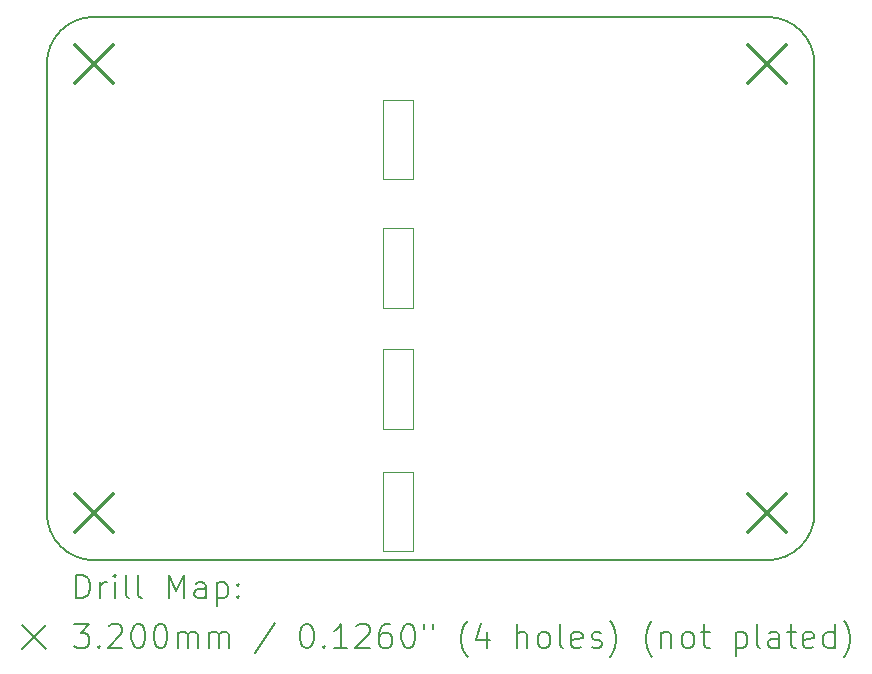
<source format=gbr>
%TF.GenerationSoftware,KiCad,Pcbnew,9.0.6*%
%TF.CreationDate,2025-12-24T13:11:47-08:00*%
%TF.ProjectId,pifire-relay-module-SSR,70696669-7265-42d7-9265-6c61792d6d6f,v1.0.2*%
%TF.SameCoordinates,Original*%
%TF.FileFunction,Drillmap*%
%TF.FilePolarity,Positive*%
%FSLAX45Y45*%
G04 Gerber Fmt 4.5, Leading zero omitted, Abs format (unit mm)*
G04 Created by KiCad (PCBNEW 9.0.6) date 2025-12-24 13:11:47*
%MOMM*%
%LPD*%
G01*
G04 APERTURE LIST*
%ADD10C,0.050000*%
%ADD11C,0.200000*%
%ADD12C,0.320000*%
G04 APERTURE END LIST*
D10*
X5350000Y-5312500D02*
X5600000Y-5312500D01*
X5600000Y-5987500D01*
X5350000Y-5987500D01*
X5350000Y-5312500D01*
D11*
X9000000Y-2900000D02*
X9000000Y-6700000D01*
X2900000Y-2500000D02*
X8600000Y-2500000D01*
D10*
X5350000Y-3200000D02*
X5600000Y-3200000D01*
X5600000Y-3875000D01*
X5350000Y-3875000D01*
X5350000Y-3200000D01*
X5350000Y-6350000D02*
X5600000Y-6350000D01*
X5600000Y-7025000D01*
X5350000Y-7025000D01*
X5350000Y-6350000D01*
X5350000Y-4287500D02*
X5600000Y-4287500D01*
X5600000Y-4962500D01*
X5350000Y-4962500D01*
X5350000Y-4287500D01*
D11*
X8600000Y-2500000D02*
G75*
G02*
X9000000Y-2900000I0J-400000D01*
G01*
X8600000Y-7100000D02*
X2900000Y-7100000D01*
X2500000Y-2900000D02*
G75*
G02*
X2900000Y-2500000I400000J0D01*
G01*
X9000000Y-6700000D02*
G75*
G02*
X8600000Y-7100000I-400000J0D01*
G01*
X2900000Y-7100000D02*
G75*
G02*
X2500000Y-6700000I0J400000D01*
G01*
X2500000Y-6700000D02*
X2500000Y-2900000D01*
D12*
X2740000Y-2740000D02*
X3060000Y-3060000D01*
X3060000Y-2740000D02*
X2740000Y-3060000D01*
X2740000Y-6540000D02*
X3060000Y-6860000D01*
X3060000Y-6540000D02*
X2740000Y-6860000D01*
X8440000Y-2740000D02*
X8760000Y-3060000D01*
X8760000Y-2740000D02*
X8440000Y-3060000D01*
X8440000Y-6540000D02*
X8760000Y-6860000D01*
X8760000Y-6540000D02*
X8440000Y-6860000D01*
D11*
X2750777Y-7421484D02*
X2750777Y-7221484D01*
X2750777Y-7221484D02*
X2798396Y-7221484D01*
X2798396Y-7221484D02*
X2826967Y-7231008D01*
X2826967Y-7231008D02*
X2846015Y-7250055D01*
X2846015Y-7250055D02*
X2855539Y-7269103D01*
X2855539Y-7269103D02*
X2865062Y-7307198D01*
X2865062Y-7307198D02*
X2865062Y-7335769D01*
X2865062Y-7335769D02*
X2855539Y-7373865D01*
X2855539Y-7373865D02*
X2846015Y-7392912D01*
X2846015Y-7392912D02*
X2826967Y-7411960D01*
X2826967Y-7411960D02*
X2798396Y-7421484D01*
X2798396Y-7421484D02*
X2750777Y-7421484D01*
X2950777Y-7421484D02*
X2950777Y-7288150D01*
X2950777Y-7326246D02*
X2960301Y-7307198D01*
X2960301Y-7307198D02*
X2969824Y-7297674D01*
X2969824Y-7297674D02*
X2988872Y-7288150D01*
X2988872Y-7288150D02*
X3007920Y-7288150D01*
X3074586Y-7421484D02*
X3074586Y-7288150D01*
X3074586Y-7221484D02*
X3065062Y-7231008D01*
X3065062Y-7231008D02*
X3074586Y-7240531D01*
X3074586Y-7240531D02*
X3084110Y-7231008D01*
X3084110Y-7231008D02*
X3074586Y-7221484D01*
X3074586Y-7221484D02*
X3074586Y-7240531D01*
X3198396Y-7421484D02*
X3179348Y-7411960D01*
X3179348Y-7411960D02*
X3169824Y-7392912D01*
X3169824Y-7392912D02*
X3169824Y-7221484D01*
X3303158Y-7421484D02*
X3284110Y-7411960D01*
X3284110Y-7411960D02*
X3274586Y-7392912D01*
X3274586Y-7392912D02*
X3274586Y-7221484D01*
X3531729Y-7421484D02*
X3531729Y-7221484D01*
X3531729Y-7221484D02*
X3598396Y-7364341D01*
X3598396Y-7364341D02*
X3665062Y-7221484D01*
X3665062Y-7221484D02*
X3665062Y-7421484D01*
X3846015Y-7421484D02*
X3846015Y-7316722D01*
X3846015Y-7316722D02*
X3836491Y-7297674D01*
X3836491Y-7297674D02*
X3817443Y-7288150D01*
X3817443Y-7288150D02*
X3779348Y-7288150D01*
X3779348Y-7288150D02*
X3760301Y-7297674D01*
X3846015Y-7411960D02*
X3826967Y-7421484D01*
X3826967Y-7421484D02*
X3779348Y-7421484D01*
X3779348Y-7421484D02*
X3760301Y-7411960D01*
X3760301Y-7411960D02*
X3750777Y-7392912D01*
X3750777Y-7392912D02*
X3750777Y-7373865D01*
X3750777Y-7373865D02*
X3760301Y-7354817D01*
X3760301Y-7354817D02*
X3779348Y-7345293D01*
X3779348Y-7345293D02*
X3826967Y-7345293D01*
X3826967Y-7345293D02*
X3846015Y-7335769D01*
X3941253Y-7288150D02*
X3941253Y-7488150D01*
X3941253Y-7297674D02*
X3960301Y-7288150D01*
X3960301Y-7288150D02*
X3998396Y-7288150D01*
X3998396Y-7288150D02*
X4017443Y-7297674D01*
X4017443Y-7297674D02*
X4026967Y-7307198D01*
X4026967Y-7307198D02*
X4036491Y-7326246D01*
X4036491Y-7326246D02*
X4036491Y-7383388D01*
X4036491Y-7383388D02*
X4026967Y-7402436D01*
X4026967Y-7402436D02*
X4017443Y-7411960D01*
X4017443Y-7411960D02*
X3998396Y-7421484D01*
X3998396Y-7421484D02*
X3960301Y-7421484D01*
X3960301Y-7421484D02*
X3941253Y-7411960D01*
X4122205Y-7402436D02*
X4131729Y-7411960D01*
X4131729Y-7411960D02*
X4122205Y-7421484D01*
X4122205Y-7421484D02*
X4112682Y-7411960D01*
X4112682Y-7411960D02*
X4122205Y-7402436D01*
X4122205Y-7402436D02*
X4122205Y-7421484D01*
X4122205Y-7297674D02*
X4131729Y-7307198D01*
X4131729Y-7307198D02*
X4122205Y-7316722D01*
X4122205Y-7316722D02*
X4112682Y-7307198D01*
X4112682Y-7307198D02*
X4122205Y-7297674D01*
X4122205Y-7297674D02*
X4122205Y-7316722D01*
X2290000Y-7650000D02*
X2490000Y-7850000D01*
X2490000Y-7650000D02*
X2290000Y-7850000D01*
X2731729Y-7641484D02*
X2855539Y-7641484D01*
X2855539Y-7641484D02*
X2788872Y-7717674D01*
X2788872Y-7717674D02*
X2817443Y-7717674D01*
X2817443Y-7717674D02*
X2836491Y-7727198D01*
X2836491Y-7727198D02*
X2846015Y-7736722D01*
X2846015Y-7736722D02*
X2855539Y-7755769D01*
X2855539Y-7755769D02*
X2855539Y-7803388D01*
X2855539Y-7803388D02*
X2846015Y-7822436D01*
X2846015Y-7822436D02*
X2836491Y-7831960D01*
X2836491Y-7831960D02*
X2817443Y-7841484D01*
X2817443Y-7841484D02*
X2760301Y-7841484D01*
X2760301Y-7841484D02*
X2741253Y-7831960D01*
X2741253Y-7831960D02*
X2731729Y-7822436D01*
X2941253Y-7822436D02*
X2950777Y-7831960D01*
X2950777Y-7831960D02*
X2941253Y-7841484D01*
X2941253Y-7841484D02*
X2931729Y-7831960D01*
X2931729Y-7831960D02*
X2941253Y-7822436D01*
X2941253Y-7822436D02*
X2941253Y-7841484D01*
X3026967Y-7660531D02*
X3036491Y-7651008D01*
X3036491Y-7651008D02*
X3055539Y-7641484D01*
X3055539Y-7641484D02*
X3103158Y-7641484D01*
X3103158Y-7641484D02*
X3122205Y-7651008D01*
X3122205Y-7651008D02*
X3131729Y-7660531D01*
X3131729Y-7660531D02*
X3141253Y-7679579D01*
X3141253Y-7679579D02*
X3141253Y-7698627D01*
X3141253Y-7698627D02*
X3131729Y-7727198D01*
X3131729Y-7727198D02*
X3017443Y-7841484D01*
X3017443Y-7841484D02*
X3141253Y-7841484D01*
X3265062Y-7641484D02*
X3284110Y-7641484D01*
X3284110Y-7641484D02*
X3303158Y-7651008D01*
X3303158Y-7651008D02*
X3312682Y-7660531D01*
X3312682Y-7660531D02*
X3322205Y-7679579D01*
X3322205Y-7679579D02*
X3331729Y-7717674D01*
X3331729Y-7717674D02*
X3331729Y-7765293D01*
X3331729Y-7765293D02*
X3322205Y-7803388D01*
X3322205Y-7803388D02*
X3312682Y-7822436D01*
X3312682Y-7822436D02*
X3303158Y-7831960D01*
X3303158Y-7831960D02*
X3284110Y-7841484D01*
X3284110Y-7841484D02*
X3265062Y-7841484D01*
X3265062Y-7841484D02*
X3246015Y-7831960D01*
X3246015Y-7831960D02*
X3236491Y-7822436D01*
X3236491Y-7822436D02*
X3226967Y-7803388D01*
X3226967Y-7803388D02*
X3217443Y-7765293D01*
X3217443Y-7765293D02*
X3217443Y-7717674D01*
X3217443Y-7717674D02*
X3226967Y-7679579D01*
X3226967Y-7679579D02*
X3236491Y-7660531D01*
X3236491Y-7660531D02*
X3246015Y-7651008D01*
X3246015Y-7651008D02*
X3265062Y-7641484D01*
X3455539Y-7641484D02*
X3474586Y-7641484D01*
X3474586Y-7641484D02*
X3493634Y-7651008D01*
X3493634Y-7651008D02*
X3503158Y-7660531D01*
X3503158Y-7660531D02*
X3512682Y-7679579D01*
X3512682Y-7679579D02*
X3522205Y-7717674D01*
X3522205Y-7717674D02*
X3522205Y-7765293D01*
X3522205Y-7765293D02*
X3512682Y-7803388D01*
X3512682Y-7803388D02*
X3503158Y-7822436D01*
X3503158Y-7822436D02*
X3493634Y-7831960D01*
X3493634Y-7831960D02*
X3474586Y-7841484D01*
X3474586Y-7841484D02*
X3455539Y-7841484D01*
X3455539Y-7841484D02*
X3436491Y-7831960D01*
X3436491Y-7831960D02*
X3426967Y-7822436D01*
X3426967Y-7822436D02*
X3417443Y-7803388D01*
X3417443Y-7803388D02*
X3407920Y-7765293D01*
X3407920Y-7765293D02*
X3407920Y-7717674D01*
X3407920Y-7717674D02*
X3417443Y-7679579D01*
X3417443Y-7679579D02*
X3426967Y-7660531D01*
X3426967Y-7660531D02*
X3436491Y-7651008D01*
X3436491Y-7651008D02*
X3455539Y-7641484D01*
X3607920Y-7841484D02*
X3607920Y-7708150D01*
X3607920Y-7727198D02*
X3617443Y-7717674D01*
X3617443Y-7717674D02*
X3636491Y-7708150D01*
X3636491Y-7708150D02*
X3665063Y-7708150D01*
X3665063Y-7708150D02*
X3684110Y-7717674D01*
X3684110Y-7717674D02*
X3693634Y-7736722D01*
X3693634Y-7736722D02*
X3693634Y-7841484D01*
X3693634Y-7736722D02*
X3703158Y-7717674D01*
X3703158Y-7717674D02*
X3722205Y-7708150D01*
X3722205Y-7708150D02*
X3750777Y-7708150D01*
X3750777Y-7708150D02*
X3769824Y-7717674D01*
X3769824Y-7717674D02*
X3779348Y-7736722D01*
X3779348Y-7736722D02*
X3779348Y-7841484D01*
X3874586Y-7841484D02*
X3874586Y-7708150D01*
X3874586Y-7727198D02*
X3884110Y-7717674D01*
X3884110Y-7717674D02*
X3903158Y-7708150D01*
X3903158Y-7708150D02*
X3931729Y-7708150D01*
X3931729Y-7708150D02*
X3950777Y-7717674D01*
X3950777Y-7717674D02*
X3960301Y-7736722D01*
X3960301Y-7736722D02*
X3960301Y-7841484D01*
X3960301Y-7736722D02*
X3969824Y-7717674D01*
X3969824Y-7717674D02*
X3988872Y-7708150D01*
X3988872Y-7708150D02*
X4017443Y-7708150D01*
X4017443Y-7708150D02*
X4036491Y-7717674D01*
X4036491Y-7717674D02*
X4046015Y-7736722D01*
X4046015Y-7736722D02*
X4046015Y-7841484D01*
X4436491Y-7631960D02*
X4265063Y-7889103D01*
X4693634Y-7641484D02*
X4712682Y-7641484D01*
X4712682Y-7641484D02*
X4731729Y-7651008D01*
X4731729Y-7651008D02*
X4741253Y-7660531D01*
X4741253Y-7660531D02*
X4750777Y-7679579D01*
X4750777Y-7679579D02*
X4760301Y-7717674D01*
X4760301Y-7717674D02*
X4760301Y-7765293D01*
X4760301Y-7765293D02*
X4750777Y-7803388D01*
X4750777Y-7803388D02*
X4741253Y-7822436D01*
X4741253Y-7822436D02*
X4731729Y-7831960D01*
X4731729Y-7831960D02*
X4712682Y-7841484D01*
X4712682Y-7841484D02*
X4693634Y-7841484D01*
X4693634Y-7841484D02*
X4674587Y-7831960D01*
X4674587Y-7831960D02*
X4665063Y-7822436D01*
X4665063Y-7822436D02*
X4655539Y-7803388D01*
X4655539Y-7803388D02*
X4646015Y-7765293D01*
X4646015Y-7765293D02*
X4646015Y-7717674D01*
X4646015Y-7717674D02*
X4655539Y-7679579D01*
X4655539Y-7679579D02*
X4665063Y-7660531D01*
X4665063Y-7660531D02*
X4674587Y-7651008D01*
X4674587Y-7651008D02*
X4693634Y-7641484D01*
X4846015Y-7822436D02*
X4855539Y-7831960D01*
X4855539Y-7831960D02*
X4846015Y-7841484D01*
X4846015Y-7841484D02*
X4836491Y-7831960D01*
X4836491Y-7831960D02*
X4846015Y-7822436D01*
X4846015Y-7822436D02*
X4846015Y-7841484D01*
X5046015Y-7841484D02*
X4931729Y-7841484D01*
X4988872Y-7841484D02*
X4988872Y-7641484D01*
X4988872Y-7641484D02*
X4969825Y-7670055D01*
X4969825Y-7670055D02*
X4950777Y-7689103D01*
X4950777Y-7689103D02*
X4931729Y-7698627D01*
X5122206Y-7660531D02*
X5131729Y-7651008D01*
X5131729Y-7651008D02*
X5150777Y-7641484D01*
X5150777Y-7641484D02*
X5198396Y-7641484D01*
X5198396Y-7641484D02*
X5217444Y-7651008D01*
X5217444Y-7651008D02*
X5226968Y-7660531D01*
X5226968Y-7660531D02*
X5236491Y-7679579D01*
X5236491Y-7679579D02*
X5236491Y-7698627D01*
X5236491Y-7698627D02*
X5226968Y-7727198D01*
X5226968Y-7727198D02*
X5112682Y-7841484D01*
X5112682Y-7841484D02*
X5236491Y-7841484D01*
X5407920Y-7641484D02*
X5369825Y-7641484D01*
X5369825Y-7641484D02*
X5350777Y-7651008D01*
X5350777Y-7651008D02*
X5341253Y-7660531D01*
X5341253Y-7660531D02*
X5322206Y-7689103D01*
X5322206Y-7689103D02*
X5312682Y-7727198D01*
X5312682Y-7727198D02*
X5312682Y-7803388D01*
X5312682Y-7803388D02*
X5322206Y-7822436D01*
X5322206Y-7822436D02*
X5331729Y-7831960D01*
X5331729Y-7831960D02*
X5350777Y-7841484D01*
X5350777Y-7841484D02*
X5388872Y-7841484D01*
X5388872Y-7841484D02*
X5407920Y-7831960D01*
X5407920Y-7831960D02*
X5417444Y-7822436D01*
X5417444Y-7822436D02*
X5426968Y-7803388D01*
X5426968Y-7803388D02*
X5426968Y-7755769D01*
X5426968Y-7755769D02*
X5417444Y-7736722D01*
X5417444Y-7736722D02*
X5407920Y-7727198D01*
X5407920Y-7727198D02*
X5388872Y-7717674D01*
X5388872Y-7717674D02*
X5350777Y-7717674D01*
X5350777Y-7717674D02*
X5331729Y-7727198D01*
X5331729Y-7727198D02*
X5322206Y-7736722D01*
X5322206Y-7736722D02*
X5312682Y-7755769D01*
X5550777Y-7641484D02*
X5569825Y-7641484D01*
X5569825Y-7641484D02*
X5588872Y-7651008D01*
X5588872Y-7651008D02*
X5598396Y-7660531D01*
X5598396Y-7660531D02*
X5607920Y-7679579D01*
X5607920Y-7679579D02*
X5617444Y-7717674D01*
X5617444Y-7717674D02*
X5617444Y-7765293D01*
X5617444Y-7765293D02*
X5607920Y-7803388D01*
X5607920Y-7803388D02*
X5598396Y-7822436D01*
X5598396Y-7822436D02*
X5588872Y-7831960D01*
X5588872Y-7831960D02*
X5569825Y-7841484D01*
X5569825Y-7841484D02*
X5550777Y-7841484D01*
X5550777Y-7841484D02*
X5531729Y-7831960D01*
X5531729Y-7831960D02*
X5522206Y-7822436D01*
X5522206Y-7822436D02*
X5512682Y-7803388D01*
X5512682Y-7803388D02*
X5503158Y-7765293D01*
X5503158Y-7765293D02*
X5503158Y-7717674D01*
X5503158Y-7717674D02*
X5512682Y-7679579D01*
X5512682Y-7679579D02*
X5522206Y-7660531D01*
X5522206Y-7660531D02*
X5531729Y-7651008D01*
X5531729Y-7651008D02*
X5550777Y-7641484D01*
X5693634Y-7641484D02*
X5693634Y-7679579D01*
X5769825Y-7641484D02*
X5769825Y-7679579D01*
X6065063Y-7917674D02*
X6055539Y-7908150D01*
X6055539Y-7908150D02*
X6036491Y-7879579D01*
X6036491Y-7879579D02*
X6026968Y-7860531D01*
X6026968Y-7860531D02*
X6017444Y-7831960D01*
X6017444Y-7831960D02*
X6007920Y-7784341D01*
X6007920Y-7784341D02*
X6007920Y-7746246D01*
X6007920Y-7746246D02*
X6017444Y-7698627D01*
X6017444Y-7698627D02*
X6026968Y-7670055D01*
X6026968Y-7670055D02*
X6036491Y-7651008D01*
X6036491Y-7651008D02*
X6055539Y-7622436D01*
X6055539Y-7622436D02*
X6065063Y-7612912D01*
X6226968Y-7708150D02*
X6226968Y-7841484D01*
X6179348Y-7631960D02*
X6131729Y-7774817D01*
X6131729Y-7774817D02*
X6255539Y-7774817D01*
X6484110Y-7841484D02*
X6484110Y-7641484D01*
X6569825Y-7841484D02*
X6569825Y-7736722D01*
X6569825Y-7736722D02*
X6560301Y-7717674D01*
X6560301Y-7717674D02*
X6541253Y-7708150D01*
X6541253Y-7708150D02*
X6512682Y-7708150D01*
X6512682Y-7708150D02*
X6493634Y-7717674D01*
X6493634Y-7717674D02*
X6484110Y-7727198D01*
X6693634Y-7841484D02*
X6674587Y-7831960D01*
X6674587Y-7831960D02*
X6665063Y-7822436D01*
X6665063Y-7822436D02*
X6655539Y-7803388D01*
X6655539Y-7803388D02*
X6655539Y-7746246D01*
X6655539Y-7746246D02*
X6665063Y-7727198D01*
X6665063Y-7727198D02*
X6674587Y-7717674D01*
X6674587Y-7717674D02*
X6693634Y-7708150D01*
X6693634Y-7708150D02*
X6722206Y-7708150D01*
X6722206Y-7708150D02*
X6741253Y-7717674D01*
X6741253Y-7717674D02*
X6750777Y-7727198D01*
X6750777Y-7727198D02*
X6760301Y-7746246D01*
X6760301Y-7746246D02*
X6760301Y-7803388D01*
X6760301Y-7803388D02*
X6750777Y-7822436D01*
X6750777Y-7822436D02*
X6741253Y-7831960D01*
X6741253Y-7831960D02*
X6722206Y-7841484D01*
X6722206Y-7841484D02*
X6693634Y-7841484D01*
X6874587Y-7841484D02*
X6855539Y-7831960D01*
X6855539Y-7831960D02*
X6846015Y-7812912D01*
X6846015Y-7812912D02*
X6846015Y-7641484D01*
X7026968Y-7831960D02*
X7007920Y-7841484D01*
X7007920Y-7841484D02*
X6969825Y-7841484D01*
X6969825Y-7841484D02*
X6950777Y-7831960D01*
X6950777Y-7831960D02*
X6941253Y-7812912D01*
X6941253Y-7812912D02*
X6941253Y-7736722D01*
X6941253Y-7736722D02*
X6950777Y-7717674D01*
X6950777Y-7717674D02*
X6969825Y-7708150D01*
X6969825Y-7708150D02*
X7007920Y-7708150D01*
X7007920Y-7708150D02*
X7026968Y-7717674D01*
X7026968Y-7717674D02*
X7036491Y-7736722D01*
X7036491Y-7736722D02*
X7036491Y-7755769D01*
X7036491Y-7755769D02*
X6941253Y-7774817D01*
X7112682Y-7831960D02*
X7131730Y-7841484D01*
X7131730Y-7841484D02*
X7169825Y-7841484D01*
X7169825Y-7841484D02*
X7188872Y-7831960D01*
X7188872Y-7831960D02*
X7198396Y-7812912D01*
X7198396Y-7812912D02*
X7198396Y-7803388D01*
X7198396Y-7803388D02*
X7188872Y-7784341D01*
X7188872Y-7784341D02*
X7169825Y-7774817D01*
X7169825Y-7774817D02*
X7141253Y-7774817D01*
X7141253Y-7774817D02*
X7122206Y-7765293D01*
X7122206Y-7765293D02*
X7112682Y-7746246D01*
X7112682Y-7746246D02*
X7112682Y-7736722D01*
X7112682Y-7736722D02*
X7122206Y-7717674D01*
X7122206Y-7717674D02*
X7141253Y-7708150D01*
X7141253Y-7708150D02*
X7169825Y-7708150D01*
X7169825Y-7708150D02*
X7188872Y-7717674D01*
X7265063Y-7917674D02*
X7274587Y-7908150D01*
X7274587Y-7908150D02*
X7293634Y-7879579D01*
X7293634Y-7879579D02*
X7303158Y-7860531D01*
X7303158Y-7860531D02*
X7312682Y-7831960D01*
X7312682Y-7831960D02*
X7322206Y-7784341D01*
X7322206Y-7784341D02*
X7322206Y-7746246D01*
X7322206Y-7746246D02*
X7312682Y-7698627D01*
X7312682Y-7698627D02*
X7303158Y-7670055D01*
X7303158Y-7670055D02*
X7293634Y-7651008D01*
X7293634Y-7651008D02*
X7274587Y-7622436D01*
X7274587Y-7622436D02*
X7265063Y-7612912D01*
X7626968Y-7917674D02*
X7617444Y-7908150D01*
X7617444Y-7908150D02*
X7598396Y-7879579D01*
X7598396Y-7879579D02*
X7588872Y-7860531D01*
X7588872Y-7860531D02*
X7579349Y-7831960D01*
X7579349Y-7831960D02*
X7569825Y-7784341D01*
X7569825Y-7784341D02*
X7569825Y-7746246D01*
X7569825Y-7746246D02*
X7579349Y-7698627D01*
X7579349Y-7698627D02*
X7588872Y-7670055D01*
X7588872Y-7670055D02*
X7598396Y-7651008D01*
X7598396Y-7651008D02*
X7617444Y-7622436D01*
X7617444Y-7622436D02*
X7626968Y-7612912D01*
X7703158Y-7708150D02*
X7703158Y-7841484D01*
X7703158Y-7727198D02*
X7712682Y-7717674D01*
X7712682Y-7717674D02*
X7731730Y-7708150D01*
X7731730Y-7708150D02*
X7760301Y-7708150D01*
X7760301Y-7708150D02*
X7779349Y-7717674D01*
X7779349Y-7717674D02*
X7788872Y-7736722D01*
X7788872Y-7736722D02*
X7788872Y-7841484D01*
X7912682Y-7841484D02*
X7893634Y-7831960D01*
X7893634Y-7831960D02*
X7884111Y-7822436D01*
X7884111Y-7822436D02*
X7874587Y-7803388D01*
X7874587Y-7803388D02*
X7874587Y-7746246D01*
X7874587Y-7746246D02*
X7884111Y-7727198D01*
X7884111Y-7727198D02*
X7893634Y-7717674D01*
X7893634Y-7717674D02*
X7912682Y-7708150D01*
X7912682Y-7708150D02*
X7941253Y-7708150D01*
X7941253Y-7708150D02*
X7960301Y-7717674D01*
X7960301Y-7717674D02*
X7969825Y-7727198D01*
X7969825Y-7727198D02*
X7979349Y-7746246D01*
X7979349Y-7746246D02*
X7979349Y-7803388D01*
X7979349Y-7803388D02*
X7969825Y-7822436D01*
X7969825Y-7822436D02*
X7960301Y-7831960D01*
X7960301Y-7831960D02*
X7941253Y-7841484D01*
X7941253Y-7841484D02*
X7912682Y-7841484D01*
X8036492Y-7708150D02*
X8112682Y-7708150D01*
X8065063Y-7641484D02*
X8065063Y-7812912D01*
X8065063Y-7812912D02*
X8074587Y-7831960D01*
X8074587Y-7831960D02*
X8093634Y-7841484D01*
X8093634Y-7841484D02*
X8112682Y-7841484D01*
X8331730Y-7708150D02*
X8331730Y-7908150D01*
X8331730Y-7717674D02*
X8350777Y-7708150D01*
X8350777Y-7708150D02*
X8388873Y-7708150D01*
X8388873Y-7708150D02*
X8407920Y-7717674D01*
X8407920Y-7717674D02*
X8417444Y-7727198D01*
X8417444Y-7727198D02*
X8426968Y-7746246D01*
X8426968Y-7746246D02*
X8426968Y-7803388D01*
X8426968Y-7803388D02*
X8417444Y-7822436D01*
X8417444Y-7822436D02*
X8407920Y-7831960D01*
X8407920Y-7831960D02*
X8388873Y-7841484D01*
X8388873Y-7841484D02*
X8350777Y-7841484D01*
X8350777Y-7841484D02*
X8331730Y-7831960D01*
X8541254Y-7841484D02*
X8522206Y-7831960D01*
X8522206Y-7831960D02*
X8512682Y-7812912D01*
X8512682Y-7812912D02*
X8512682Y-7641484D01*
X8703158Y-7841484D02*
X8703158Y-7736722D01*
X8703158Y-7736722D02*
X8693635Y-7717674D01*
X8693635Y-7717674D02*
X8674587Y-7708150D01*
X8674587Y-7708150D02*
X8636492Y-7708150D01*
X8636492Y-7708150D02*
X8617444Y-7717674D01*
X8703158Y-7831960D02*
X8684111Y-7841484D01*
X8684111Y-7841484D02*
X8636492Y-7841484D01*
X8636492Y-7841484D02*
X8617444Y-7831960D01*
X8617444Y-7831960D02*
X8607920Y-7812912D01*
X8607920Y-7812912D02*
X8607920Y-7793865D01*
X8607920Y-7793865D02*
X8617444Y-7774817D01*
X8617444Y-7774817D02*
X8636492Y-7765293D01*
X8636492Y-7765293D02*
X8684111Y-7765293D01*
X8684111Y-7765293D02*
X8703158Y-7755769D01*
X8769825Y-7708150D02*
X8846015Y-7708150D01*
X8798396Y-7641484D02*
X8798396Y-7812912D01*
X8798396Y-7812912D02*
X8807920Y-7831960D01*
X8807920Y-7831960D02*
X8826968Y-7841484D01*
X8826968Y-7841484D02*
X8846015Y-7841484D01*
X8988873Y-7831960D02*
X8969825Y-7841484D01*
X8969825Y-7841484D02*
X8931730Y-7841484D01*
X8931730Y-7841484D02*
X8912682Y-7831960D01*
X8912682Y-7831960D02*
X8903158Y-7812912D01*
X8903158Y-7812912D02*
X8903158Y-7736722D01*
X8903158Y-7736722D02*
X8912682Y-7717674D01*
X8912682Y-7717674D02*
X8931730Y-7708150D01*
X8931730Y-7708150D02*
X8969825Y-7708150D01*
X8969825Y-7708150D02*
X8988873Y-7717674D01*
X8988873Y-7717674D02*
X8998396Y-7736722D01*
X8998396Y-7736722D02*
X8998396Y-7755769D01*
X8998396Y-7755769D02*
X8903158Y-7774817D01*
X9169825Y-7841484D02*
X9169825Y-7641484D01*
X9169825Y-7831960D02*
X9150777Y-7841484D01*
X9150777Y-7841484D02*
X9112682Y-7841484D01*
X9112682Y-7841484D02*
X9093635Y-7831960D01*
X9093635Y-7831960D02*
X9084111Y-7822436D01*
X9084111Y-7822436D02*
X9074587Y-7803388D01*
X9074587Y-7803388D02*
X9074587Y-7746246D01*
X9074587Y-7746246D02*
X9084111Y-7727198D01*
X9084111Y-7727198D02*
X9093635Y-7717674D01*
X9093635Y-7717674D02*
X9112682Y-7708150D01*
X9112682Y-7708150D02*
X9150777Y-7708150D01*
X9150777Y-7708150D02*
X9169825Y-7717674D01*
X9246016Y-7917674D02*
X9255539Y-7908150D01*
X9255539Y-7908150D02*
X9274587Y-7879579D01*
X9274587Y-7879579D02*
X9284111Y-7860531D01*
X9284111Y-7860531D02*
X9293635Y-7831960D01*
X9293635Y-7831960D02*
X9303158Y-7784341D01*
X9303158Y-7784341D02*
X9303158Y-7746246D01*
X9303158Y-7746246D02*
X9293635Y-7698627D01*
X9293635Y-7698627D02*
X9284111Y-7670055D01*
X9284111Y-7670055D02*
X9274587Y-7651008D01*
X9274587Y-7651008D02*
X9255539Y-7622436D01*
X9255539Y-7622436D02*
X9246016Y-7612912D01*
M02*

</source>
